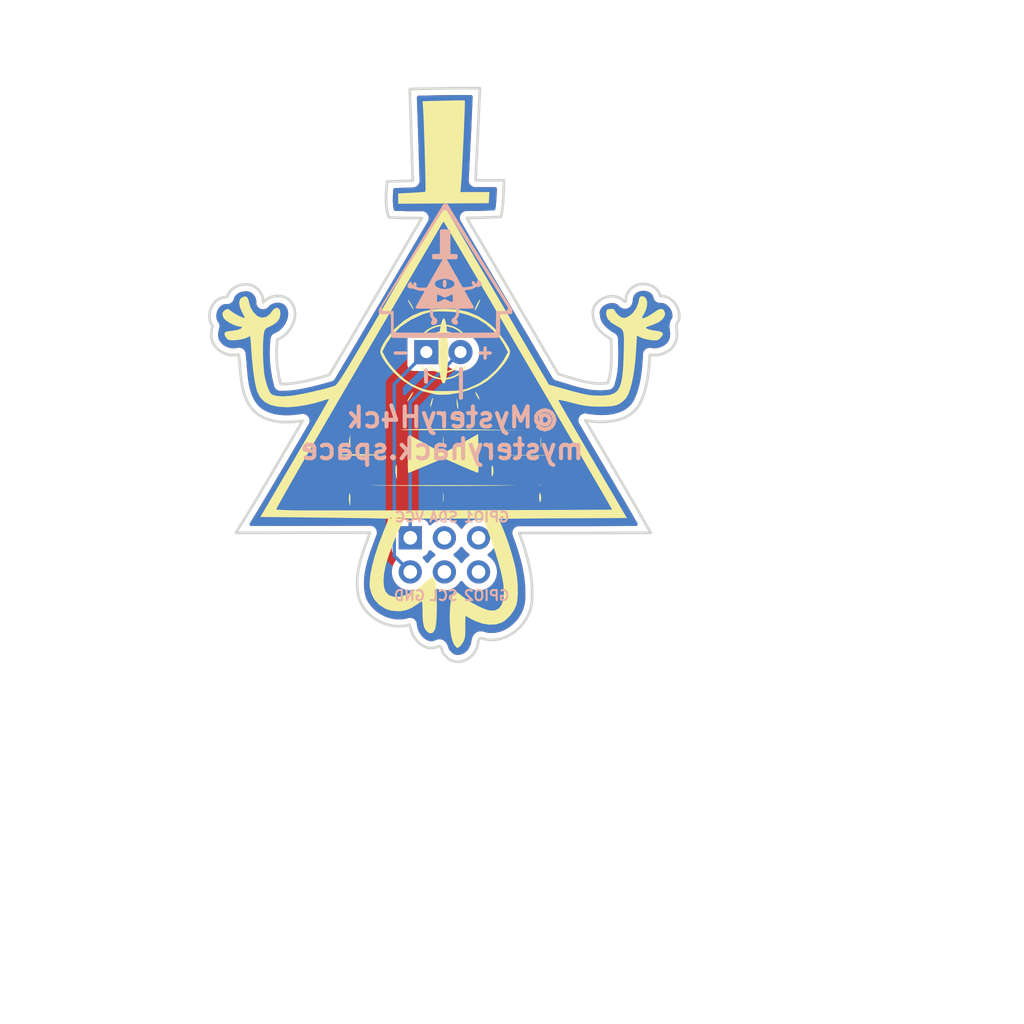
<source format=kicad_pcb>
(kicad_pcb (version 20211014) (generator pcbnew)
  (layers (0 "F.Cu" signal) (31 "B.Cu" signal) (34 "B.Paste" user) (35 "F.Paste" user) (36 "B.SilkS" user "B.Silkscreen") (37 "F.SilkS" user "F.Silkscreen") (38 "B.Mask" user) (39 "F.Mask" user) (44 "Edge.Cuts" user))
  (net 0 "")
  (net 1 "Net-(D1-Pad1)")
  (net 2 "Net-(D1-Pad2)")
  (footprint "LED_THT:LED_D3.0mm" (layer "F.Cu") (at 133.325 77)
    (fp_text reference "D1")
    (fp_text value "LED")
    (pad "1" thru_hole rect (at 0 0) (size 1.8 1.8) (drill 0.9) (layers *.Cu *.Mask) (net 1 "Net-(D1-Pad1)"))
    (pad "2" thru_hole circle (at 2.54 0) (size 1.8 1.8) (drill 0.9) (layers *.Cu *.Mask) (net 2 "Net-(D1-Pad2)"))
  )
  (footprint "Simple_Addon_v2:Simple_Addon_v2-BADGE-2x3_reduced_silk" (layer "F.Cu") (at 134.61 92.07)
    (fp_text reference "X1")
    (fp_text value "Simple_Addon_v2")
    (fp_text user "SCL" (at 0 3.048) (layer "B.SilkS") (effects (font (size 0.75 0.75)) (justify mirror)))
    (fp_text user "VCC" (at -2.54 -2.794) (layer "B.SilkS") (effects (font (size 0.75 0.75)) (justify mirror)))
    (fp_text user "SDA" (at 0 -2.794) (layer "B.SilkS") (effects (font (size 0.75 0.75)) (justify mirror)))
    (fp_text user "GPIO2" (at 3.2 3.048) (layer "B.SilkS") (effects (font (size 0.75 0.75)) (justify mirror)))
    (fp_text user "GPIO1" (at 3.2 -2.794) (layer "B.SilkS") (effects (font (size 0.75 0.75)) (justify mirror)))
    (fp_text user "GND" (at -2.54 3.048) (layer "B.SilkS") (effects (font (size 0.75 0.75)) (justify mirror)))
    (pad "1" thru_hole rect (at -2.48 -1.25 270) (size 1.7272 1.7272) (drill 1.016) (layers *.Cu *.Mask) (net 2 "Net-(D1-Pad2)"))
    (pad "2" thru_hole circle (at -2.48 1.29 270) (size 1.7272 1.7272) (drill 1.016) (layers *.Cu *.Mask) (net 1 "Net-(D1-Pad1)"))
    (pad "3" thru_hole oval (at 0.06 -1.25 270) (size 1.7272 1.7272) (drill 1.016) (layers *.Cu *.Mask))
    (pad "4" thru_hole oval (at 0.06 1.29 270) (size 1.7272 1.7272) (drill 1.016) (layers *.Cu *.Mask))
    (pad "5" thru_hole circle (at 2.6 -1.25 270) (size 1.7272 1.7272) (drill 1.016) (layers *.Cu *.Mask))
    (pad "6" thru_hole circle (at 2.6 1.29 270) (size 1.7272 1.7272) (drill 1.016) (layers *.Cu *.Mask))
  )
  (footprint "bill:bill_sao_35_43" (layer "F.Cu") (at 134.62 78.74)
    (fp_text reference "G***")
    (fp_text value "LOGO" hide)
  )
  (footprint "bill:mini logo" (layer "B.Cu") (at 134.720892 70.967294 180)
    (fp_text reference "G***")
    (fp_text value "LOGO" hide)
  )
  (gr_line (start 133.3 79.2) (end 133.3 78.35) (layer "B.SilkS") (width 0.3))
  (gr_line (start 135.9 80.4) (end 135.9 78.25) (layer "B.SilkS") (width 0.3))
  (gr_poly (pts (xy 137.31 57.37) (xy 137.157605 60.794377) (xy 136.987765 64.217927) (xy 139.099776 64.217927) (xy 139.080689 64.898917) (xy 139.068187 65.239351) (xy 139.050653 65.579387) (xy 139.025795 65.91876) (xy 138.991319 66.2572) (xy 138.944932 66.594441) (xy 138.916555 66.762528) (xy 138.884341 66.930214) (xy 138.246405 66.966342) (xy 137.608043 66.991434) (xy 136.969346 67.006172) (xy 136.330408 67.011235) (xy 139.741736 72.818512) (xy 143.139666 78.633745) (xy 143.589993 78.766149) (xy 144.043931 78.906419) (xy 144.501234 79.043576) (xy 144.96166 79.166644) (xy 145.192967 79.219464) (xy 145.424964 79.264645) (xy 145.657619 79.300815) (xy 145.890902 79.326601) (xy 146.124782 79.340631) (xy 146.359229 79.341534) (xy 146.594213 79.327937) (xy 146.829703 79.298467) (xy 146.890803 79.101495) (xy 146.942579 78.902948) (xy 146.985726 78.702985) (xy 147.020942 78.501764) (xy 147.048922 78.299444) (xy 147.070362 78.096182) (xy 147.08596 77.892138) (xy 147.096411 77.68747) (xy 147.104657 77.276895) (xy 147.100671 76.865725) (xy 147.078284 76.046669) (xy 146.961336 75.977232) (xy 146.844763 75.903365) (xy 146.729453 75.82502) (xy 146.616292 75.742146) (xy 146.506168 75.654695) (xy 146.39997 75.562618) (xy 146.298585 75.465866) (xy 146.202902 75.36439) (xy 146.113806 75.258141) (xy 146.032188 75.147069) (xy 145.958933 75.031126) (xy 145.92572 74.971313) (xy 145.894931 74.910263) (xy 145.866677 74.847971) (xy 145.841068 74.784431) (xy 145.818217 74.719636) (xy 145.798233 74.65358) (xy 145.781229 74.586258) (xy 145.767314 74.517663) (xy 145.7566 74.447788) (xy 145.749197 74.376628) (xy 145.726733 74.266766) (xy 145.714942 74.159421) (xy 145.713343 74.054796) (xy 145.721454 73.953092) (xy 145.738792 73.854512) (xy 145.764877 73.759259) (xy 145.799225 73.667534) (xy 145.841354 73.57954) (xy 145.890783 73.495479) (xy 145.947029 73.415554) (xy 146.009611 73.339966) (xy 146.078047 73.268917) (xy 146.151853 73.202611) (xy 146.230549 73.141249) (xy 146.313652 73.085034) (xy 146.400681 73.034168) (xy 146.491152 72.988852) (xy 146.584585 72.949291) (xy 146.680497 72.915684) (xy 146.778405 72.888236) (xy 146.877829 72.867147) (xy 146.978286 72.852621) (xy 147.079293 72.84486) (xy 147.180369 72.844066) (xy 147.281032 72.85044) (xy 147.3808 72.864186) (xy 147.47919 72.885506) (xy 147.575722 72.914602) (xy 147.669911 72.951676) (xy 147.761277 72.99693) (xy 147.849338 73.050567) (xy 147.933611 73.112789) (xy 147.993959 73.184156) (xy 148.01979 73.210652) (xy 148.04295 73.231411) (xy 148.063603 73.246726) (xy 148.081917 73.256888) (xy 148.098059 73.262188) (xy 148.112193 73.262918) (xy 148.124489 73.25937) (xy 148.13511 73.251836) (xy 148.144225 73.240607) (xy 148.152 73.225975) (xy 148.158601 73.208231) (xy 148.164195 73.187668) (xy 148.173028 73.139248) (xy 148.20138 72.891105) (xy 148.213385 72.82712) (xy 148.230021 72.767021) (xy 148.240492 72.739159) (xy 148.25262 72.713143) (xy 148.266572 72.689265) (xy 148.282515 72.667818) (xy 148.326173 72.572557) (xy 148.377208 72.483982) (xy 148.435093 72.402071) (xy 148.499301 72.326804) (xy 148.569305 72.258161) (xy 148.644578 72.19612) (xy 148.724592 72.140662) (xy 148.808821 72.091766) (xy 148.896737 72.049411) (xy 148.987814 72.013577) (xy 149.081523 71.984244) (xy 149.177338 71.96139) (xy 149.274732 71.944996) (xy 149.373178 71.935041) (xy 149.472149 71.931505) (xy 149.571117 71.934366) (xy 149.669555 71.943605) (xy 149.766936 71.959201) (xy 149.862734 71.981133) (xy 149.95642 72.009381) (xy 150.047469 72.043924) (xy 150.135352 72.084743) (xy 150.219542 72.131816) (xy 150.299513 72.185122) (xy 150.374738 72.244643) (xy 150.444688 72.310356) (xy 150.508838 72.382241) (xy 150.56666 72.460279) (xy 150.617626 72.544448) (xy 150.66121 72.634727) (xy 150.696885 72.731097) (xy 150.724123 72.833538) (xy 150.809044 72.831372) (xy 150.892827 72.835491) (xy 150.975311 72.845657) (xy 151.056336 72.861633) (xy 151.135741 72.883182) (xy 151.213366 72.910066) (xy 151.289051 72.942049) (xy 151.362635 72.978892) (xy 151.433958 73.020358) (xy 151.502858 73.066211) (xy 151.569176 73.116212) (xy 151.632752 73.170125) (xy 151.693424 73.227712) (xy 151.751033 73.288736) (xy 151.805417 73.35296) (xy 151.856417 73.420146) (xy 151.903872 73.490056) (xy 151.947622 73.562455) (xy 151.987505 73.637103) (xy 152.023363 73.713765) (xy 152.055033 73.792202) (xy 152.082356 73.872178) (xy 152.105171 73.953455) (xy 152.123318 74.035795) (xy 152.136637 74.118962) (xy 152.144966 74.202718) (xy 152.148146 74.286826) (xy 152.146016 74.371048) (xy 152.138416 74.455147) (xy 152.125184 74.538887) (xy 152.106161 74.622029) (xy 152.081187 74.704336) (xy 152.05441 74.735011) (xy 152.030775 74.765978) (xy 152.010116 74.797228) (xy 151.992269 74.828754) (xy 151.97707 74.860546) (xy 151.964355 74.892597) (xy 151.953959 74.924898) (xy 151.945718 74.95744) (xy 151.939467 74.990215) (xy 151.935042 75.023214) (xy 151.931013 75.089852) (xy 151.932316 75.157287) (xy 151.937637 75.22545) (xy 151.97279 75.50404) (xy 151.978472 75.574833) (xy 151.980281 75.645949) (xy 151.976904 75.717321) (xy 151.972859 75.753082) (xy 151.967024 75.788881) (xy 151.96154 75.88213) (xy 151.950144 75.972779) (xy 151.933057 76.060769) (xy 151.910499 76.146043) (xy 151.882692 76.228542) (xy 151.849855 76.308207) (xy 151.812211 76.38498) (xy 151.76998 76.458803) (xy 151.723382 76.529618) (xy 151.672638 76.597366) (xy 151.61797 76.661989) (xy 151.559598 76.723428) (xy 151.497743 76.781625) (xy 151.432626 76.836522) (xy 151.364468 76.888061) (xy 151.293489 76.936182) (xy 151.219911 76.980829) (xy 151.143953 77.021941) (xy 151.065838 77.059462) (xy 150.985786 77.093333) (xy 150.904017 77.123494) (xy 150.820753 77.149889) (xy 150.736214 77.172459) (xy 150.650621 77.191145) (xy 150.564196 77.205889) (xy 150.477158 77.216632) (xy 150.389729 77.223317) (xy 150.302129 77.225885) (xy 150.21458 77.224277) (xy 150.127302 77.218436) (xy 150.040516 77.208302) (xy 149.954443 77.193819) (xy 149.927483 77.65497) (xy 149.891488 78.118995) (xy 149.841825 78.583193) (xy 149.81042 78.814513) (xy 149.77386 79.044864) (xy 149.731566 79.273908) (xy 149.682959 79.501307) (xy 149.62746 79.726724) (xy 149.56449 79.949822) (xy 149.49347 80.170263) (xy 149.413819 80.387708) (xy 149.32496 80.601821) (xy 149.226313 80.812265) (xy 149.150956 80.943867) (xy 149.069366 81.067677) (xy 148.98183 81.18388) (xy 148.888638 81.292662) (xy 148.790076 81.394208) (xy 148.686432 81.488704) (xy 148.577993 81.576335) (xy 148.465048 81.657287) (xy 148.347884 81.731746) (xy 148.226789 81.799897) (xy 148.10205 81.861925) (xy 147.973956 81.918017) (xy 147.70885 82.013132) (xy 147.433774 82.086727) (xy 147.151028 82.140285) (xy 146.862915 82.175292) (xy 146.571735 82.193233) (xy 146.279791 82.19559) (xy 145.989384 82.183849) (xy 145.702815 82.159495) (xy 145.422387 82.124012) (xy 145.1504 82.078884) (xy 147.599365 86.253938) (xy 148.817434 88.34522) (xy 150.022574 90.444072) (xy 145.129236 90.46365) (xy 140.235873 90.462482) (xy 140.438587 91.025258) (xy 140.627947 91.594835) (xy 140.798769 92.170756) (xy 140.875609 92.460953) (xy 140.945872 92.752564) (xy 141.008908 93.045534) (xy 141.064071 93.339804) (xy 141.110713 93.635319) (xy 141.148185 93.93202) (xy 141.175841 94.22985) (xy 141.193031 94.528754) (xy 141.199109 94.828673) (xy 141.193426 95.12955) (xy 141.197826 95.30542) (xy 141.191106 95.480478) (xy 141.173617 95.654319) (xy 141.145708 95.826535) (xy 141.10773 95.996717) (xy 141.060032 96.164459) (xy 141.002965 96.329353) (xy 140.936878 96.490992) (xy 140.862121 96.648968) (xy 140.779045 96.802873) (xy 140.687999 96.952301) (xy 140.589334 97.096843) (xy 140.483399 97.236092) (xy 140.370544 97.369641) (xy 140.25112 97.497081) (xy 140.125476 97.618007) (xy 139.993962 97.732009) (xy 139.856929 97.838681) (xy 139.714726 97.937615) (xy 139.567703 98.028404) (xy 139.416211 98.11064) (xy 139.260599 98.183915) (xy 139.101217 98.247822) (xy 138.938415 98.301954) (xy 138.772543 98.345903) (xy 138.603952 98.379262) (xy 138.432991 98.401622) (xy 138.26001 98.412577) (xy 138.085359 98.41172) (xy 137.909389 98.398641) (xy 137.732448 98.372935) (xy 137.554888 98.334194) (xy 137.509547 98.313366) (xy 137.468216 98.298448) (xy 137.430677 98.289145) (xy 137.396709 98.285164) (xy 137.366093 98.286211) (xy 137.338608 98.291993) (xy 137.314034 98.302215) (xy 137.292152 98.316586) (xy 137.272741 98.33481) (xy 137.255582 98.356596) (xy 137.240454 98.381648) (xy 137.227137 98.409673) (xy 137.205059 98.47347) (xy 137.187588 98.545638) (xy 137.128574 98.871054) (xy 137.10774 98.949853) (xy 137.095202 98.987254) (xy 137.080955 99.022932) (xy 137.06478 99.056593) (xy 137.046458 99.087944) (xy 137.025767 99.11669) (xy 137.002489 99.142539) (xy 136.967219 99.224498) (xy 136.926596 99.30337) (xy 136.880927 99.379021) (xy 136.830516 99.45132) (xy 136.775669 99.520134) (xy 136.716689 99.585329) (xy 136.653883 99.646773) (xy 136.587555 99.704333) (xy 136.51801 99.757876) (xy 136.445553 99.80727) (xy 136.370489 99.852381) (xy 136.293124 99.893077) (xy 136.213762 99.929225) (xy 136.132707 99.960692) (xy 136.050267 99.987345) (xy 135.966744 100.009052) (xy 135.882444 100.025679) (xy 135.797673 100.037094) (xy 135.712734 100.043165) (xy 135.627934 100.043757) (xy 135.543577 100.038739) (xy 135.459968 100.027978) (xy 135.377412 100.01134) (xy 135.296214 99.988693) (xy 135.216679 99.959904) (xy 135.139113 99.92484) (xy 135.063819 99.883369) (xy 134.991104 99.835358) (xy 134.921271 99.780673) (xy 134.854627 99.719183) (xy 134.791476 99.650753) (xy 134.732123 99.575252) (xy 134.706281 99.56068) (xy 134.682328 99.542858) (xy 134.660131 99.522075) (xy 134.639556 99.498617) (xy 134.620471 99.472772) (xy 134.602743 99.444827) (xy 134.586237 99.415071) (xy 134.570821 99.383791) (xy 134.542726 99.317807) (xy 134.517393 99.249177) (xy 134.47075 99.11318) (xy 134.447309 99.050413) (xy 134.422369 98.994202) (xy 134.409003 98.969273) (xy 134.394862 98.946846) (xy 134.379814 98.927208) (xy 134.363726 98.910647) (xy 134.346463 98.897449) (xy 134.327893 98.887904) (xy 134.307882 98.882298) (xy 134.286298 98.880918) (xy 134.263007 98.884053) (xy 134.237876 98.89199) (xy 134.210773 98.905016) (xy 134.181563 98.923419) (xy 134.084004 98.96009) (xy 133.987041 98.988116) (xy 133.890825 99.007797) (xy 133.795509 99.019429) (xy 133.701246 99.023311) (xy 133.608189 99.019741) (xy 133.51649 99.009016) (xy 133.426301 98.991434) (xy 133.337776 98.967292) (xy 133.251068 98.936889) (xy 133.166328 98.900522) (xy 133.083709 98.858488) (xy 133.003365 98.811087) (xy 132.925447 98.758615) (xy 132.850108 98.70137) (xy 132.777502 98.639649) (xy 132.70778 98.573752) (xy 132.641095 98.503975) (xy 132.5776 98.430616) (xy 132.517448 98.353972) (xy 132.460791 98.274343) (xy 132.407782 98.192025) (xy 132.358573 98.107316) (xy 132.313318 98.020513) (xy 132.272168 97.931916) (xy 132.235276 97.84182) (xy 132.202796 97.750525) (xy 132.174879 97.658328) (xy 132.151679 97.565526) (xy 132.133348 97.472418) (xy 132.120038 97.3793) (xy 132.111902 97.286472) (xy 131.971226 97.324742) (xy 131.829347 97.355365) (xy 131.686533 97.378476) (xy 131.543049 97.394214) (xy 131.399161 97.402714) (xy 131.255136 97.404114) (xy 131.111238 97.398552) (xy 130.967735 97.386163) (xy 130.824892 97.367085) (xy 130.682976 97.341455) (xy 130.542251 97.309411) (xy 130.402985 97.271088) (xy 130.265442 97.226624) (xy 130.12989 97.176157) (xy 129.996594 97.119822) (xy 129.86582 97.057758) (xy 129.737834 96.990101) (xy 129.612902 96.916987) (xy 129.491291 96.838555) (xy 129.373265 96.754941) (xy 129.259091 96.666282) (xy 129.149035 96.572716) (xy 129.043363 96.474378) (xy 128.942341 96.371407) (xy 128.846236 96.263939) (xy 128.755312 96.152111) (xy 128.669835 96.036061) (xy 128.590073 95.915925) (xy 128.516291 95.79184) (xy 128.448754 95.663943) (xy 128.38773 95.532371) (xy 128.333483 95.397262) (xy 128.25639 95.082278) (xy 128.205108 94.766428) (xy 128.177743 94.450032) (xy 128.1724 94.133412) (xy 128.187184 93.816886) (xy 128.220201 93.500776) (xy 128.269555 93.185402) (xy 128.333352 92.871085) (xy 128.409698 92.558144) (xy 128.496696 92.2469) (xy 128.592454 91.937674) (xy 128.695075 91.630786) (xy 128.913331 91.025305) (xy 129.136305 90.433021) (xy 119.145216 90.451431) (xy 119.790241 89.42227) (xy 120.423611 88.386095) (xy 121.66562 86.298887) (xy 124.122345 82.108341) (xy 123.885737 82.14301) (xy 123.644908 82.171636) (xy 123.40096 82.19314) (xy 123.154994 82.206445) (xy 122.908111 82.210471) (xy 122.661412 82.204141) (xy 122.416 82.186376) (xy 122.172974 82.1561) (xy 121.933436 82.112232) (xy 121.698488 82.053696) (xy 121.46923 81.979413) (xy 121.246764 81.888305) (xy 121.138422 81.836105) (xy 121.032191 81.779294) (xy 120.928208 81.717738) (xy 120.826612 81.651301) (xy 120.72754 81.57985) (xy 120.631129 81.50325) (xy 120.537517 81.421364) (xy 120.446842 81.33406) (xy 120.356303 81.227838) (xy 120.271882 81.118731) (xy 120.193338 81.006877) (xy 120.120426 80.892412) (xy 119.990526 80.656195) (xy 119.880234 80.411169) (xy 119.787602 80.158426) (xy 119.710684 79.899057) (xy 119.647531 79.634153) (xy 119.596195 79.364805) (xy 119.55473 79.092103) (xy 119.521187 78.817138) (xy 119.470076 78.264785) (xy 119.427282 77.716472) (xy 119.377222 77.180927) (xy 119.317042 77.19437) (xy 119.256317 77.205555) (xy 119.133576 77.221206) (xy 119.009684 77.227985) (xy 118.885329 77.225996) (xy 118.761197 77.215344) (xy 118.637975 77.196135) (xy 118.516348 77.168473) (xy 118.397003 77.132462) (xy 118.280627 77.088209) (xy 118.167906 77.035817) (xy 118.113131 77.006601) (xy 118.059527 76.975391) (xy 118.00718 76.942199) (xy 117.956175 76.907037) (xy 117.9066 76.86992) (xy 117.858538 76.830859) (xy 117.812077 76.789869) (xy 117.767302 76.746963) (xy 117.724299 76.702152) (xy 117.683153 76.655452) (xy 117.643951 76.606874) (xy 117.606777 76.556432) (xy 117.573127 76.517013) (xy 117.541967 76.476406) (xy 117.513229 76.434687) (xy 117.486844 76.391928) (xy 117.462742 76.348204) (xy 117.440855 76.303588) (xy 117.421111 76.258155) (xy 117.403443 76.211978) (xy 117.374056 76.117688) (xy 117.352138 76.021309) (xy 117.337134 75.923432) (xy 117.32849 75.824648) (xy 117.325651 75.725546) (xy 117.328062 75.626719) (xy 117.335169 75.528757) (xy 117.346417 75.432251) (xy 117.361251 75.33779) (xy 117.379117 75.245968) (xy 117.39946 75.157373) (xy 117.421725 75.072597) (xy 117.369016 74.993319) (xy 117.323334 74.911014) (xy 117.284534 74.826062) (xy 117.252473 74.738842) (xy 117.227007 74.649732) (xy 117.207991 74.559114) (xy 117.195283 74.467366) (xy 117.188737 74.374868) (xy 117.18821 74.281998) (xy 117.193558 74.189138) (xy 117.204637 74.096665) (xy 117.221304 74.00496) (xy 117.243413 73.914402) (xy 117.270822 73.82537) (xy 117.303386 73.738244) (xy 117.340962 73.653404) (xy 117.383405 73.571228) (xy 117.430571 73.492096) (xy 117.482318 73.416389) (xy 117.538499 73.344484) (xy 117.598973 73.276762) (xy 117.663594 73.213602) (xy 117.73222 73.155383) (xy 117.804705 73.102485) (xy 117.880906 73.055288) (xy 117.960679 73.014171) (xy 118.043881 72.979513) (xy 118.130366 72.951693) (xy 118.219992 72.931092) (xy 118.312614 72.918089) (xy 118.408089 72.913063) (xy 118.506272 72.916393) (xy 118.520348 72.865297) (xy 118.536778 72.815375) (xy 118.555485 72.766648) (xy 118.576393 72.71914) (xy 118.599423 72.672872) (xy 118.624499 72.627867) (xy 118.651543 72.584146) (xy 118.680479 72.541733) (xy 118.711229 72.500648) (xy 118.743716 72.460915) (xy 118.813593 72.385592) (xy 118.889494 72.315941) (xy 118.9708 72.252139) (xy 119.056895 72.194365) (xy 119.147161 72.142795) (xy 119.240983 72.097608) (xy 119.337741 72.058981) (xy 119.43682 72.027092) (xy 119.537602 72.002119) (xy 119.639471 71.984238) (xy 119.741808 71.973628) (xy 119.807095 71.965845) (xy 119.871859 71.961621) (xy 119.936019 71.960869) (xy 119.999493 71.9635) (xy 120.062199 71.969428) (xy 120.124056 71.978564) (xy 120.184982 71.99082) (xy 120.244895 72.006108) (xy 120.303714 72.02434) (xy 120.361357 72.045429) (xy 120.417743 72.069286) (xy 120.472788 72.095823) (xy 120.526413 72.124953) (xy 120.578534 72.156588) (xy 120.629071 72.190639) (xy 120.677942 72.227019) (xy 120.725065 72.265639) (xy 120.770359 72.306412) (xy 120.81374 72.34925) (xy 120.855129 72.394065) (xy 120.894444 72.44077) (xy 120.931602 72.489275) (xy 120.966521 72.539493) (xy 120.999121 72.591336) (xy 121.02932 72.644717) (xy 121.057035 72.699547) (xy 121.082185 72.755738) (xy 121.104689 72.813202) (xy 121.124465 72.871853) (xy 121.141431 72.9316) (xy 121.155505 72.992358) (xy 121.166605 73.054037) (xy 121.170936 73.084574) (xy 121.174527 73.115301) (xy 121.177366 73.146208) (xy 121.179443 73.177284) (xy 121.180744 73.208519) (xy 121.18126 73.239902) (xy 121.180978 73.271424) (xy 121.179886 73.303073) (xy 121.225522 73.253183) (xy 121.273574 73.205827) (xy 121.323898 73.161037) (xy 121.37635 73.118845) (xy 121.430786 73.079282) (xy 121.487063 73.042378) (xy 121.545035 73.008166) (xy 121.60456 72.976677) (xy 121.665492 72.947941) (xy 121.727689 72.92199) (xy 121.791006 72.898855) (xy 121.855299 72.878568) (xy 121.920424 72.86116) (xy 121.986236 72.846662) (xy 122.052593 72.835105) (xy 122.11935 72.826521) (xy 122.186362 72.82094) (xy 122.253487 72.818395) (xy 122.32058 72.818916) (xy 122.387496 72.822534) (xy 122.454092 72.829281) (xy 122.520224 72.839188) (xy 122.585748 72.852287) (xy 122.65052 72.868608) (xy 122.714396 72.888183) (xy 122.777232 72.911043) (xy 122.838883 72.937219) (xy 122.899206 72.966743) (xy 122.958057 72.999646) (xy 123.015292 73.035959) (xy 123.070766 73.075713) (xy 123.124337 73.11894) (xy 123.206695 73.205941) (xy 123.279654 73.296763) (xy 123.343446 73.391056) (xy 123.3983 73.488469) (xy 123.444448 73.588654) (xy 123.48212 73.69126) (xy 123.511547 73.795938) (xy 123.532959 73.902337) (xy 123.546587 74.010109) (xy 123.552663 74.118904) (xy 123.551416 74.228371) (xy 123.543077 74.338162) (xy 123.527877 74.447926) (xy 123.506047 74.557313) (xy 123.477818 74.665975) (xy 123.443419 74.77356) (xy 123.403083 74.87972) (xy 123.357039 74.984105) (xy 123.305518 75.086365) (xy 123.248752 75.186149) (xy 123.18697 75.28311) (xy 123.120403 75.376896) (xy 123.049282 75.467158) (xy 122.973839 75.553547) (xy 122.894302 75.635712) (xy 122.810904 75.713304) (xy 122.723875 75.785973) (xy 122.633445 75.85337) (xy 122.539846 75.915144) (xy 122.443307 75.970946) (xy 122.344061 76.020427) (xy 122.242337 76.063236) (xy 122.217826 76.271053) (xy 122.19926 76.479393) (xy 122.186504 76.688127) (xy 122.17942 76.897128) (xy 122.177873 77.106268) (xy 122.181725 77.31542) (xy 122.190841 77.524455) (xy 122.205084 77.733247) (xy 122.224317 77.941667) (xy 122.248405 78.149588) (xy 122.277211 78.356882) (xy 122.310598 78.563421) (xy 122.348431 78.769078) (xy 122.390572 78.973725) (xy 122.487234 79.37948) (xy 122.718467 79.376714) (xy 122.948757 79.365904) (xy 123.178148 79.347649) (xy 123.406684 79.322549) (xy 123.634407 79.291203) (xy 123.86136 79.25421) (xy 124.313132 79.165682) (xy 124.762345 79.061757) (xy 125.209346 78.947231) (xy 126.098095 78.705551) (xy 127.833635 75.793111) (xy 129.551866 72.870605) (xy 132.990214 67.0278) (xy 132.373569 67.028298) (xy 131.757063 67.019903) (xy 131.140744 67.002567) (xy 130.524664 66.97624) (xy 130.472883 66.814082) (xy 130.430119 66.650775) (xy 130.395685 66.486438) (xy 130.368895 66.321189) (xy 130.349064 66.155145) (xy 130.335505 65.988425) (xy 130.327532 65.821147) (xy 130.324459 65.653428) (xy 130.330267 65.317141) (xy 130.347441 64.980509) (xy 130.393931 64.309985) (xy 132.312601 64.238164) (xy 132.207518 60.829649) (xy 132.0898 57.42154) (xy 134.673193 57.373666) (xy 134.673208 57.37369) (xy 135.332398 57.36451) (xy 135.991577 57.362407)) (layer "Edge.Cuts") (width 0.2) (fill none))
  (gr_text "+" (at 137.7 77) (layer "B.SilkS") (effects (font (size 1 1) (thickness 0.25)) (justify mirror)))
  (gr_text "-" (at 131.4 77) (layer "B.SilkS") (effects (font (size 1 1) (thickness 0.25)) (justify mirror)))
  (gr_text "mysteryhack.space" (at 134.49 84.22) (layer "B.SilkS") (effects (font (size 1.5 1.5) (thickness 0.3)) (justify mirror)))
  (gr_text "@MysteryH4ck" (at 135.29 81.86) (layer "B.SilkS") (effects (font (size 1.5 1.5) (thickness 0.3)) (justify mirror)))
  (segment (start 130.941889 79.383111) (end 130.941889 92.171889) (width 0.25) (layer "B.Cu") (net 1))
  (segment (start 130.941889 92.171889) (end 132.13 93.36) (width 0.25) (layer "B.Cu") (net 1))
  (segment (start 133.325 77) (end 130.941889 79.383111) (width 0.25) (layer "B.Cu") (net 1))
  (segment (start 132.12 80.745) (end 132.12 90.81) (width 0.25) (layer "B.Cu") (net 2))
  (segment (start 135.865 77) (end 132.12 80.745) (width 0.25) (layer "B.Cu") (net 2))
  (segment (start 132.12 90.81) (end 132.13 90.82) (width 0.25) (layer "B.Cu") (net 2))
  (zone (net 0) (net_name "") (layers F&B.Cu) (connect_pads (clearance 0.508)) (min_thickness 0.254) (fill yes (thermal_gap 0.508) (thermal_bridge_width 0.508))
    (polygon (pts (xy 177.8 127) (xy 101.6 127) (xy 101.6 50.8) (xy 177.8 50.8)))
  )
)
</source>
